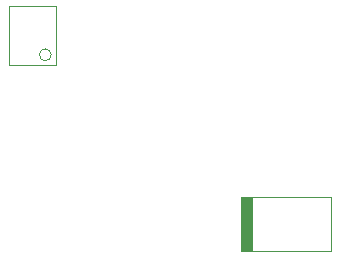
<source format=gbr>
%TF.GenerationSoftware,Altium Limited,Altium Designer,21.6.4 (81)*%
G04 Layer_Color=16711935*
%FSLAX43Y43*%
%MOMM*%
%TF.SameCoordinates,6460C9BA-4ACB-47D4-91E6-0B69D92CFE26*%
%TF.FilePolarity,Positive*%
%TF.FileFunction,Other,Mechanical_13*%
%TF.Part,Single*%
G01*
G75*
%TA.AperFunction,NonConductor*%
%ADD49C,0.100*%
%ADD51R,1.022X4.600*%
D49*
X65475Y51535D02*
G03*
X65475Y51535I-500J0D01*
G01*
X65875Y50635D02*
Y55635D01*
X61875Y50635D02*
Y55635D01*
Y50635D02*
X65875D01*
X61875Y55635D02*
X65875D01*
X81575Y34900D02*
X89175D01*
X81575Y39500D02*
X89175D01*
Y34900D02*
Y39500D01*
X81575Y34900D02*
Y39500D01*
D51*
X82086Y37200D02*
D03*
%TF.MD5,ef4500f3cfaf4fb3ac2b7e407d69eb8f*%
M02*

</source>
